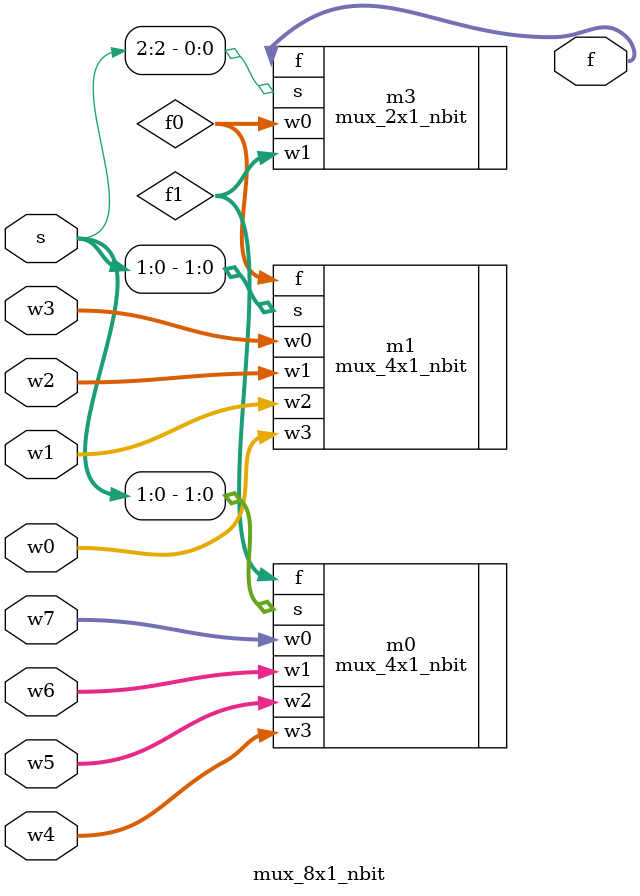
<source format=v>
`timescale 1ns / 1ps


module mux_8x1_nbit #(parameter N = 3) (
    input [N-1:0] w0, w1, w2, w3, w4, w5, w6, w7,
    input [2:0] s,
    output [N-1:0] f
    );
    
    wire [N-1:0] f1, f0;
    mux_4x1_nbit #(.N(N)) m0 (
        .w0(w7),
        .w1(w6),
        .w2(w5),
        .w3(w4),
        .s(s [1:0]),
        .f(f1)
    );
    
    mux_4x1_nbit #(.N(N)) m1 (
        .w0(w3),
        .w1(w2),
        .w2(w1),
        .w3(w0),
        .s(s[1:0]),
        .f(f0)
    );
    
    mux_2x1_nbit #(.N(N)) m3 (
        .w0(f0),
        .w1(f1),
        .s(s[2]),
        .f(f)
    );
endmodule

</source>
